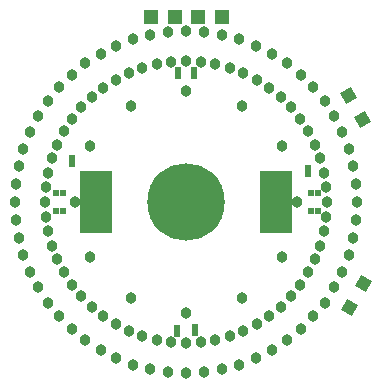
<source format=gbs>
G75*
G70*
%OFA0B0*%
%FSLAX24Y24*%
%IPPOS*%
%LPD*%
%AMOC8*
5,1,8,0,0,1.08239X$1,22.5*
%
%ADD10C,0.0320*%
%ADD11R,0.1080X0.2080*%
%ADD12C,0.2580*%
%ADD13C,0.0380*%
%ADD14R,0.0249X0.0190*%
%ADD15R,0.0190X0.0249*%
%ADD16R,0.0474X0.0474*%
%ADD17R,0.0415X0.0414*%
D10*
X008334Y008113D03*
X008728Y008113D03*
X009122Y008113D03*
X009122Y008506D03*
X008728Y008506D03*
X008334Y008506D03*
X008334Y008900D03*
X008728Y008900D03*
X009122Y008900D03*
D11*
X011728Y008506D03*
X005728Y008506D03*
D12*
X008728Y008506D03*
D13*
X004489Y004689D03*
X004911Y004267D03*
X005375Y003891D03*
X005876Y003566D03*
X006408Y003295D03*
X006965Y003081D03*
X007542Y002926D03*
X008132Y002833D03*
X008728Y002802D03*
X009324Y002833D03*
X009914Y002926D03*
X010491Y003081D03*
X011049Y003295D03*
X011581Y003566D03*
X012081Y003891D03*
X012545Y004267D03*
X012968Y004689D03*
X013343Y005153D03*
X013669Y005654D03*
X013940Y006186D03*
X014154Y006744D03*
X014308Y007320D03*
X014402Y007910D03*
X014433Y008506D03*
X014402Y009103D03*
X014308Y009693D03*
X014154Y010269D03*
X013940Y010827D03*
X013669Y011359D03*
X013343Y011860D03*
X012968Y012324D03*
X012545Y012746D03*
X012081Y013122D03*
X011581Y013447D03*
X011049Y013718D03*
X010491Y013932D03*
X009914Y014086D03*
X009324Y014180D03*
X008728Y014211D03*
X008132Y014180D03*
X007542Y014086D03*
X006965Y013932D03*
X006408Y013718D03*
X005876Y013447D03*
X005375Y013122D03*
X004911Y012746D03*
X004489Y012324D03*
X004113Y011860D03*
X003788Y011359D03*
X003517Y010827D03*
X003303Y010269D03*
X003148Y009693D03*
X003055Y009103D03*
X003023Y008506D03*
X003055Y007910D03*
X003148Y007320D03*
X003303Y006744D03*
X003517Y006186D03*
X003788Y005654D03*
X004113Y005153D03*
X004922Y005741D03*
X004654Y006154D03*
X004430Y006593D03*
X004254Y007053D03*
X004126Y007528D03*
X004049Y008015D03*
X004023Y008506D03*
X004049Y008998D03*
X004126Y009485D03*
X004254Y009960D03*
X004430Y010420D03*
X004654Y010859D03*
X004922Y011272D03*
X005232Y011655D03*
X005580Y012003D03*
X005963Y012313D03*
X006376Y012581D03*
X006815Y012804D03*
X007274Y012981D03*
X007750Y013108D03*
X008236Y013185D03*
X008728Y013211D03*
X009220Y013185D03*
X009706Y013108D03*
X010182Y012981D03*
X010642Y012804D03*
X011081Y012581D03*
X011494Y012313D03*
X011876Y012003D03*
X012224Y011655D03*
X012534Y011272D03*
X012803Y010859D03*
X013026Y010420D03*
X013203Y009960D03*
X013330Y009485D03*
X013407Y008998D03*
X013433Y008506D03*
X013407Y008015D03*
X013330Y007528D03*
X013203Y007053D03*
X013026Y006593D03*
X012803Y006154D03*
X012534Y005741D03*
X012224Y005358D03*
X011876Y005010D03*
X011494Y004700D03*
X011081Y004432D03*
X010642Y004208D03*
X010182Y004032D03*
X009706Y003905D03*
X009220Y003827D03*
X008728Y003802D03*
X008236Y003827D03*
X007750Y003905D03*
X007274Y004032D03*
X006815Y004208D03*
X006376Y004432D03*
X005963Y004700D03*
X005580Y005010D03*
X005232Y005358D03*
X005520Y006654D03*
X006876Y005298D03*
X008728Y004802D03*
X010581Y005298D03*
X011937Y006654D03*
X012433Y008506D03*
X011937Y010359D03*
X010581Y011715D03*
X008728Y012211D03*
X006876Y011715D03*
X005520Y010359D03*
X005023Y008506D03*
D14*
X004928Y009756D03*
X004928Y009957D03*
X008448Y012696D03*
X008448Y012897D03*
X009008Y012897D03*
X009008Y012696D03*
X012788Y009627D03*
X012788Y009426D03*
X009018Y004327D03*
X009018Y004126D03*
X008438Y004116D03*
X008438Y004317D03*
D15*
X004609Y008216D03*
X004408Y008216D03*
X004408Y008806D03*
X004609Y008806D03*
X012908Y008796D03*
X013109Y008796D03*
X013109Y008206D03*
X012908Y008206D03*
D16*
X009919Y014686D03*
X009132Y014686D03*
X008344Y014686D03*
X007557Y014686D03*
D17*
G36*
X014069Y011776D02*
X013862Y012133D01*
X014219Y012340D01*
X014426Y011983D01*
X014069Y011776D01*
G37*
G36*
X014532Y010975D02*
X014325Y011332D01*
X014682Y011539D01*
X014889Y011182D01*
X014532Y010975D01*
G37*
G36*
X014355Y005711D02*
X014562Y006068D01*
X014919Y005861D01*
X014712Y005504D01*
X014355Y005711D01*
G37*
G36*
X013892Y004910D02*
X014099Y005267D01*
X014456Y005060D01*
X014249Y004703D01*
X013892Y004910D01*
G37*
M02*

</source>
